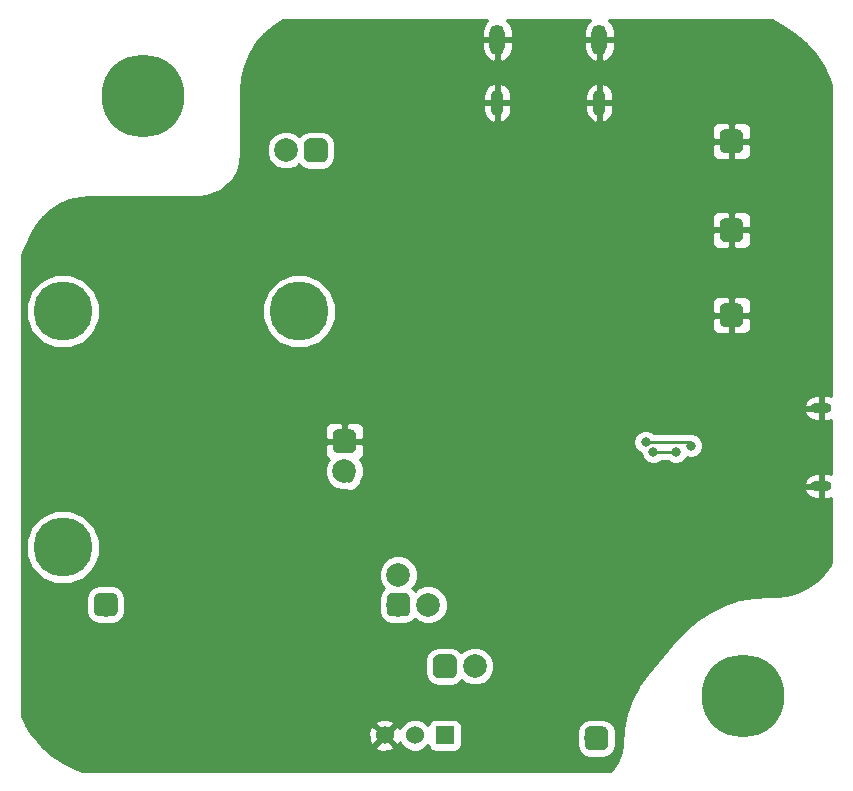
<source format=gbr>
G04 #@! TF.GenerationSoftware,KiCad,Pcbnew,(5.0.0)*
G04 #@! TF.CreationDate,2020-05-11T19:06:42-04:00*
G04 #@! TF.ProjectId,Lighting,4C69676874696E672E6B696361645F70,1*
G04 #@! TF.SameCoordinates,Original*
G04 #@! TF.FileFunction,Copper,L2,Bot,Signal*
G04 #@! TF.FilePolarity,Positive*
%FSLAX46Y46*%
G04 Gerber Fmt 4.6, Leading zero omitted, Abs format (unit mm)*
G04 Created by KiCad (PCBNEW (5.0.0)) date 05/11/20 19:06:42*
%MOMM*%
%LPD*%
G01*
G04 APERTURE LIST*
G04 #@! TA.AperFunction,ComponentPad*
%ADD10O,1.800000X0.900000*%
G04 #@! TD*
G04 #@! TA.AperFunction,ComponentPad*
%ADD11C,2.000000*%
G04 #@! TD*
G04 #@! TA.AperFunction,Conductor*
%ADD12C,0.100000*%
G04 #@! TD*
G04 #@! TA.AperFunction,ComponentPad*
%ADD13C,1.524000*%
G04 #@! TD*
G04 #@! TA.AperFunction,ComponentPad*
%ADD14R,1.524000X1.524000*%
G04 #@! TD*
G04 #@! TA.AperFunction,ComponentPad*
%ADD15O,1.300000X2.600000*%
G04 #@! TD*
G04 #@! TA.AperFunction,ComponentPad*
%ADD16O,1.100000X2.200000*%
G04 #@! TD*
G04 #@! TA.AperFunction,ViaPad*
%ADD17C,7.000000*%
G04 #@! TD*
G04 #@! TA.AperFunction,ViaPad*
%ADD18C,5.000000*%
G04 #@! TD*
G04 #@! TA.AperFunction,ViaPad*
%ADD19C,0.800000*%
G04 #@! TD*
G04 #@! TA.AperFunction,Conductor*
%ADD20C,0.254000*%
G04 #@! TD*
G04 APERTURE END LIST*
D10*
G04 #@! TO.P,J2,6*
G04 #@! TO.N,GND*
X268224000Y-93220000D03*
X268224000Y-99820000D03*
G04 #@! TD*
D11*
G04 #@! TO.P,JP1,2*
G04 #@! TO.N,Net-(JP1-Pad2)*
X227838000Y-98552000D03*
D12*
G04 #@! TD*
G04 #@! TO.N,GND*
G04 #@! TO.C,JP1*
G36*
X228387009Y-95014408D02*
X228435545Y-95021607D01*
X228483142Y-95033530D01*
X228529342Y-95050060D01*
X228573698Y-95071039D01*
X228615785Y-95096265D01*
X228655197Y-95125495D01*
X228691553Y-95158447D01*
X228724505Y-95194803D01*
X228753735Y-95234215D01*
X228778961Y-95276302D01*
X228799940Y-95320658D01*
X228816470Y-95366858D01*
X228828393Y-95414455D01*
X228835592Y-95462991D01*
X228838000Y-95512000D01*
X228838000Y-96512000D01*
X228835592Y-96561009D01*
X228828393Y-96609545D01*
X228816470Y-96657142D01*
X228799940Y-96703342D01*
X228778961Y-96747698D01*
X228753735Y-96789785D01*
X228724505Y-96829197D01*
X228691553Y-96865553D01*
X228655197Y-96898505D01*
X228615785Y-96927735D01*
X228573698Y-96952961D01*
X228529342Y-96973940D01*
X228483142Y-96990470D01*
X228435545Y-97002393D01*
X228387009Y-97009592D01*
X228338000Y-97012000D01*
X227338000Y-97012000D01*
X227288991Y-97009592D01*
X227240455Y-97002393D01*
X227192858Y-96990470D01*
X227146658Y-96973940D01*
X227102302Y-96952961D01*
X227060215Y-96927735D01*
X227020803Y-96898505D01*
X226984447Y-96865553D01*
X226951495Y-96829197D01*
X226922265Y-96789785D01*
X226897039Y-96747698D01*
X226876060Y-96703342D01*
X226859530Y-96657142D01*
X226847607Y-96609545D01*
X226840408Y-96561009D01*
X226838000Y-96512000D01*
X226838000Y-95512000D01*
X226840408Y-95462991D01*
X226847607Y-95414455D01*
X226859530Y-95366858D01*
X226876060Y-95320658D01*
X226897039Y-95276302D01*
X226922265Y-95234215D01*
X226951495Y-95194803D01*
X226984447Y-95158447D01*
X227020803Y-95125495D01*
X227060215Y-95096265D01*
X227102302Y-95071039D01*
X227146658Y-95050060D01*
X227192858Y-95033530D01*
X227240455Y-95021607D01*
X227288991Y-95014408D01*
X227338000Y-95012000D01*
X228338000Y-95012000D01*
X228387009Y-95014408D01*
X228387009Y-95014408D01*
G37*
D11*
G04 #@! TO.P,JP1,1*
G04 #@! TO.N,GND*
X227838000Y-96012000D03*
G04 #@! TD*
G04 #@! TO.P,JP2,2*
G04 #@! TO.N,VCC*
X238887000Y-115062000D03*
D12*
G04 #@! TD*
G04 #@! TO.N,Net-(JP2-Pad1)*
G04 #@! TO.C,JP2*
G36*
X236896009Y-114064408D02*
X236944545Y-114071607D01*
X236992142Y-114083530D01*
X237038342Y-114100060D01*
X237082698Y-114121039D01*
X237124785Y-114146265D01*
X237164197Y-114175495D01*
X237200553Y-114208447D01*
X237233505Y-114244803D01*
X237262735Y-114284215D01*
X237287961Y-114326302D01*
X237308940Y-114370658D01*
X237325470Y-114416858D01*
X237337393Y-114464455D01*
X237344592Y-114512991D01*
X237347000Y-114562000D01*
X237347000Y-115562000D01*
X237344592Y-115611009D01*
X237337393Y-115659545D01*
X237325470Y-115707142D01*
X237308940Y-115753342D01*
X237287961Y-115797698D01*
X237262735Y-115839785D01*
X237233505Y-115879197D01*
X237200553Y-115915553D01*
X237164197Y-115948505D01*
X237124785Y-115977735D01*
X237082698Y-116002961D01*
X237038342Y-116023940D01*
X236992142Y-116040470D01*
X236944545Y-116052393D01*
X236896009Y-116059592D01*
X236847000Y-116062000D01*
X235847000Y-116062000D01*
X235797991Y-116059592D01*
X235749455Y-116052393D01*
X235701858Y-116040470D01*
X235655658Y-116023940D01*
X235611302Y-116002961D01*
X235569215Y-115977735D01*
X235529803Y-115948505D01*
X235493447Y-115915553D01*
X235460495Y-115879197D01*
X235431265Y-115839785D01*
X235406039Y-115797698D01*
X235385060Y-115753342D01*
X235368530Y-115707142D01*
X235356607Y-115659545D01*
X235349408Y-115611009D01*
X235347000Y-115562000D01*
X235347000Y-114562000D01*
X235349408Y-114512991D01*
X235356607Y-114464455D01*
X235368530Y-114416858D01*
X235385060Y-114370658D01*
X235406039Y-114326302D01*
X235431265Y-114284215D01*
X235460495Y-114244803D01*
X235493447Y-114208447D01*
X235529803Y-114175495D01*
X235569215Y-114146265D01*
X235611302Y-114121039D01*
X235655658Y-114100060D01*
X235701858Y-114083530D01*
X235749455Y-114071607D01*
X235797991Y-114064408D01*
X235847000Y-114062000D01*
X236847000Y-114062000D01*
X236896009Y-114064408D01*
X236896009Y-114064408D01*
G37*
D11*
G04 #@! TO.P,JP2,1*
G04 #@! TO.N,Net-(JP2-Pad1)*
X236347000Y-115062000D03*
G04 #@! TD*
G04 #@! TO.P,JP5,2*
G04 #@! TO.N,+5V*
X222885000Y-71374000D03*
D12*
G04 #@! TD*
G04 #@! TO.N,Net-(C6-Pad1)*
G04 #@! TO.C,JP5*
G36*
X225974009Y-70376408D02*
X226022545Y-70383607D01*
X226070142Y-70395530D01*
X226116342Y-70412060D01*
X226160698Y-70433039D01*
X226202785Y-70458265D01*
X226242197Y-70487495D01*
X226278553Y-70520447D01*
X226311505Y-70556803D01*
X226340735Y-70596215D01*
X226365961Y-70638302D01*
X226386940Y-70682658D01*
X226403470Y-70728858D01*
X226415393Y-70776455D01*
X226422592Y-70824991D01*
X226425000Y-70874000D01*
X226425000Y-71874000D01*
X226422592Y-71923009D01*
X226415393Y-71971545D01*
X226403470Y-72019142D01*
X226386940Y-72065342D01*
X226365961Y-72109698D01*
X226340735Y-72151785D01*
X226311505Y-72191197D01*
X226278553Y-72227553D01*
X226242197Y-72260505D01*
X226202785Y-72289735D01*
X226160698Y-72314961D01*
X226116342Y-72335940D01*
X226070142Y-72352470D01*
X226022545Y-72364393D01*
X225974009Y-72371592D01*
X225925000Y-72374000D01*
X224925000Y-72374000D01*
X224875991Y-72371592D01*
X224827455Y-72364393D01*
X224779858Y-72352470D01*
X224733658Y-72335940D01*
X224689302Y-72314961D01*
X224647215Y-72289735D01*
X224607803Y-72260505D01*
X224571447Y-72227553D01*
X224538495Y-72191197D01*
X224509265Y-72151785D01*
X224484039Y-72109698D01*
X224463060Y-72065342D01*
X224446530Y-72019142D01*
X224434607Y-71971545D01*
X224427408Y-71923009D01*
X224425000Y-71874000D01*
X224425000Y-70874000D01*
X224427408Y-70824991D01*
X224434607Y-70776455D01*
X224446530Y-70728858D01*
X224463060Y-70682658D01*
X224484039Y-70638302D01*
X224509265Y-70596215D01*
X224538495Y-70556803D01*
X224571447Y-70520447D01*
X224607803Y-70487495D01*
X224647215Y-70458265D01*
X224689302Y-70433039D01*
X224733658Y-70412060D01*
X224779858Y-70395530D01*
X224827455Y-70383607D01*
X224875991Y-70376408D01*
X224925000Y-70374000D01*
X225925000Y-70374000D01*
X225974009Y-70376408D01*
X225974009Y-70376408D01*
G37*
D11*
G04 #@! TO.P,JP5,1*
G04 #@! TO.N,Net-(C6-Pad1)*
X225425000Y-71374000D03*
G04 #@! TD*
D13*
G04 #@! TO.P,RV1,3*
G04 #@! TO.N,GND*
X231267000Y-120904000D03*
G04 #@! TO.P,RV1,2*
G04 #@! TO.N,Net-(JP3-Pad3)*
X233807000Y-120904000D03*
D14*
G04 #@! TO.P,RV1,1*
G04 #@! TO.N,Net-(JP2-Pad1)*
X236347000Y-120904000D03*
G04 #@! TD*
D12*
G04 #@! TO.N,GND*
G04 #@! TO.C,TP2*
G36*
X261153009Y-84346408D02*
X261201545Y-84353607D01*
X261249142Y-84365530D01*
X261295342Y-84382060D01*
X261339698Y-84403039D01*
X261381785Y-84428265D01*
X261421197Y-84457495D01*
X261457553Y-84490447D01*
X261490505Y-84526803D01*
X261519735Y-84566215D01*
X261544961Y-84608302D01*
X261565940Y-84652658D01*
X261582470Y-84698858D01*
X261594393Y-84746455D01*
X261601592Y-84794991D01*
X261604000Y-84844000D01*
X261604000Y-85844000D01*
X261601592Y-85893009D01*
X261594393Y-85941545D01*
X261582470Y-85989142D01*
X261565940Y-86035342D01*
X261544961Y-86079698D01*
X261519735Y-86121785D01*
X261490505Y-86161197D01*
X261457553Y-86197553D01*
X261421197Y-86230505D01*
X261381785Y-86259735D01*
X261339698Y-86284961D01*
X261295342Y-86305940D01*
X261249142Y-86322470D01*
X261201545Y-86334393D01*
X261153009Y-86341592D01*
X261104000Y-86344000D01*
X260104000Y-86344000D01*
X260054991Y-86341592D01*
X260006455Y-86334393D01*
X259958858Y-86322470D01*
X259912658Y-86305940D01*
X259868302Y-86284961D01*
X259826215Y-86259735D01*
X259786803Y-86230505D01*
X259750447Y-86197553D01*
X259717495Y-86161197D01*
X259688265Y-86121785D01*
X259663039Y-86079698D01*
X259642060Y-86035342D01*
X259625530Y-85989142D01*
X259613607Y-85941545D01*
X259606408Y-85893009D01*
X259604000Y-85844000D01*
X259604000Y-84844000D01*
X259606408Y-84794991D01*
X259613607Y-84746455D01*
X259625530Y-84698858D01*
X259642060Y-84652658D01*
X259663039Y-84608302D01*
X259688265Y-84566215D01*
X259717495Y-84526803D01*
X259750447Y-84490447D01*
X259786803Y-84457495D01*
X259826215Y-84428265D01*
X259868302Y-84403039D01*
X259912658Y-84382060D01*
X259958858Y-84365530D01*
X260006455Y-84353607D01*
X260054991Y-84346408D01*
X260104000Y-84344000D01*
X261104000Y-84344000D01*
X261153009Y-84346408D01*
X261153009Y-84346408D01*
G37*
D11*
G04 #@! TD*
G04 #@! TO.P,TP2,1*
G04 #@! TO.N,GND*
X260604000Y-85344000D03*
D12*
G04 #@! TO.N,VCC*
G04 #@! TO.C,TP3*
G36*
X249723009Y-120160408D02*
X249771545Y-120167607D01*
X249819142Y-120179530D01*
X249865342Y-120196060D01*
X249909698Y-120217039D01*
X249951785Y-120242265D01*
X249991197Y-120271495D01*
X250027553Y-120304447D01*
X250060505Y-120340803D01*
X250089735Y-120380215D01*
X250114961Y-120422302D01*
X250135940Y-120466658D01*
X250152470Y-120512858D01*
X250164393Y-120560455D01*
X250171592Y-120608991D01*
X250174000Y-120658000D01*
X250174000Y-121658000D01*
X250171592Y-121707009D01*
X250164393Y-121755545D01*
X250152470Y-121803142D01*
X250135940Y-121849342D01*
X250114961Y-121893698D01*
X250089735Y-121935785D01*
X250060505Y-121975197D01*
X250027553Y-122011553D01*
X249991197Y-122044505D01*
X249951785Y-122073735D01*
X249909698Y-122098961D01*
X249865342Y-122119940D01*
X249819142Y-122136470D01*
X249771545Y-122148393D01*
X249723009Y-122155592D01*
X249674000Y-122158000D01*
X248674000Y-122158000D01*
X248624991Y-122155592D01*
X248576455Y-122148393D01*
X248528858Y-122136470D01*
X248482658Y-122119940D01*
X248438302Y-122098961D01*
X248396215Y-122073735D01*
X248356803Y-122044505D01*
X248320447Y-122011553D01*
X248287495Y-121975197D01*
X248258265Y-121935785D01*
X248233039Y-121893698D01*
X248212060Y-121849342D01*
X248195530Y-121803142D01*
X248183607Y-121755545D01*
X248176408Y-121707009D01*
X248174000Y-121658000D01*
X248174000Y-120658000D01*
X248176408Y-120608991D01*
X248183607Y-120560455D01*
X248195530Y-120512858D01*
X248212060Y-120466658D01*
X248233039Y-120422302D01*
X248258265Y-120380215D01*
X248287495Y-120340803D01*
X248320447Y-120304447D01*
X248356803Y-120271495D01*
X248396215Y-120242265D01*
X248438302Y-120217039D01*
X248482658Y-120196060D01*
X248528858Y-120179530D01*
X248576455Y-120167607D01*
X248624991Y-120160408D01*
X248674000Y-120158000D01*
X249674000Y-120158000D01*
X249723009Y-120160408D01*
X249723009Y-120160408D01*
G37*
D11*
G04 #@! TD*
G04 #@! TO.P,TP3,1*
G04 #@! TO.N,VCC*
X249174000Y-121158000D03*
D12*
G04 #@! TO.N,Net-(Q1-Pad3)*
G04 #@! TO.C,Vs1*
G36*
X208194009Y-108857408D02*
X208242545Y-108864607D01*
X208290142Y-108876530D01*
X208336342Y-108893060D01*
X208380698Y-108914039D01*
X208422785Y-108939265D01*
X208462197Y-108968495D01*
X208498553Y-109001447D01*
X208531505Y-109037803D01*
X208560735Y-109077215D01*
X208585961Y-109119302D01*
X208606940Y-109163658D01*
X208623470Y-109209858D01*
X208635393Y-109257455D01*
X208642592Y-109305991D01*
X208645000Y-109355000D01*
X208645000Y-110355000D01*
X208642592Y-110404009D01*
X208635393Y-110452545D01*
X208623470Y-110500142D01*
X208606940Y-110546342D01*
X208585961Y-110590698D01*
X208560735Y-110632785D01*
X208531505Y-110672197D01*
X208498553Y-110708553D01*
X208462197Y-110741505D01*
X208422785Y-110770735D01*
X208380698Y-110795961D01*
X208336342Y-110816940D01*
X208290142Y-110833470D01*
X208242545Y-110845393D01*
X208194009Y-110852592D01*
X208145000Y-110855000D01*
X207145000Y-110855000D01*
X207095991Y-110852592D01*
X207047455Y-110845393D01*
X206999858Y-110833470D01*
X206953658Y-110816940D01*
X206909302Y-110795961D01*
X206867215Y-110770735D01*
X206827803Y-110741505D01*
X206791447Y-110708553D01*
X206758495Y-110672197D01*
X206729265Y-110632785D01*
X206704039Y-110590698D01*
X206683060Y-110546342D01*
X206666530Y-110500142D01*
X206654607Y-110452545D01*
X206647408Y-110404009D01*
X206645000Y-110355000D01*
X206645000Y-109355000D01*
X206647408Y-109305991D01*
X206654607Y-109257455D01*
X206666530Y-109209858D01*
X206683060Y-109163658D01*
X206704039Y-109119302D01*
X206729265Y-109077215D01*
X206758495Y-109037803D01*
X206791447Y-109001447D01*
X206827803Y-108968495D01*
X206867215Y-108939265D01*
X206909302Y-108914039D01*
X206953658Y-108893060D01*
X206999858Y-108876530D01*
X207047455Y-108864607D01*
X207095991Y-108857408D01*
X207145000Y-108855000D01*
X208145000Y-108855000D01*
X208194009Y-108857408D01*
X208194009Y-108857408D01*
G37*
D11*
G04 #@! TD*
G04 #@! TO.P,Vs1,1*
G04 #@! TO.N,Net-(Q1-Pad3)*
X207645000Y-109855000D03*
D15*
G04 #@! TO.P,J1,S1*
G04 #@! TO.N,GND*
X240790000Y-62008000D03*
X249430000Y-62008000D03*
D16*
X240790000Y-67368000D03*
X249430000Y-67368000D03*
G04 #@! TD*
D12*
G04 #@! TO.N,GND*
G04 #@! TO.C,TP1*
G36*
X261153009Y-69614408D02*
X261201545Y-69621607D01*
X261249142Y-69633530D01*
X261295342Y-69650060D01*
X261339698Y-69671039D01*
X261381785Y-69696265D01*
X261421197Y-69725495D01*
X261457553Y-69758447D01*
X261490505Y-69794803D01*
X261519735Y-69834215D01*
X261544961Y-69876302D01*
X261565940Y-69920658D01*
X261582470Y-69966858D01*
X261594393Y-70014455D01*
X261601592Y-70062991D01*
X261604000Y-70112000D01*
X261604000Y-71112000D01*
X261601592Y-71161009D01*
X261594393Y-71209545D01*
X261582470Y-71257142D01*
X261565940Y-71303342D01*
X261544961Y-71347698D01*
X261519735Y-71389785D01*
X261490505Y-71429197D01*
X261457553Y-71465553D01*
X261421197Y-71498505D01*
X261381785Y-71527735D01*
X261339698Y-71552961D01*
X261295342Y-71573940D01*
X261249142Y-71590470D01*
X261201545Y-71602393D01*
X261153009Y-71609592D01*
X261104000Y-71612000D01*
X260104000Y-71612000D01*
X260054991Y-71609592D01*
X260006455Y-71602393D01*
X259958858Y-71590470D01*
X259912658Y-71573940D01*
X259868302Y-71552961D01*
X259826215Y-71527735D01*
X259786803Y-71498505D01*
X259750447Y-71465553D01*
X259717495Y-71429197D01*
X259688265Y-71389785D01*
X259663039Y-71347698D01*
X259642060Y-71303342D01*
X259625530Y-71257142D01*
X259613607Y-71209545D01*
X259606408Y-71161009D01*
X259604000Y-71112000D01*
X259604000Y-70112000D01*
X259606408Y-70062991D01*
X259613607Y-70014455D01*
X259625530Y-69966858D01*
X259642060Y-69920658D01*
X259663039Y-69876302D01*
X259688265Y-69834215D01*
X259717495Y-69794803D01*
X259750447Y-69758447D01*
X259786803Y-69725495D01*
X259826215Y-69696265D01*
X259868302Y-69671039D01*
X259912658Y-69650060D01*
X259958858Y-69633530D01*
X260006455Y-69621607D01*
X260054991Y-69614408D01*
X260104000Y-69612000D01*
X261104000Y-69612000D01*
X261153009Y-69614408D01*
X261153009Y-69614408D01*
G37*
D11*
G04 #@! TD*
G04 #@! TO.P,TP1,1*
G04 #@! TO.N,GND*
X260604000Y-70612000D03*
D12*
G04 #@! TO.N,GND*
G04 #@! TO.C,TP4*
G36*
X261153009Y-77132808D02*
X261201545Y-77140007D01*
X261249142Y-77151930D01*
X261295342Y-77168460D01*
X261339698Y-77189439D01*
X261381785Y-77214665D01*
X261421197Y-77243895D01*
X261457553Y-77276847D01*
X261490505Y-77313203D01*
X261519735Y-77352615D01*
X261544961Y-77394702D01*
X261565940Y-77439058D01*
X261582470Y-77485258D01*
X261594393Y-77532855D01*
X261601592Y-77581391D01*
X261604000Y-77630400D01*
X261604000Y-78630400D01*
X261601592Y-78679409D01*
X261594393Y-78727945D01*
X261582470Y-78775542D01*
X261565940Y-78821742D01*
X261544961Y-78866098D01*
X261519735Y-78908185D01*
X261490505Y-78947597D01*
X261457553Y-78983953D01*
X261421197Y-79016905D01*
X261381785Y-79046135D01*
X261339698Y-79071361D01*
X261295342Y-79092340D01*
X261249142Y-79108870D01*
X261201545Y-79120793D01*
X261153009Y-79127992D01*
X261104000Y-79130400D01*
X260104000Y-79130400D01*
X260054991Y-79127992D01*
X260006455Y-79120793D01*
X259958858Y-79108870D01*
X259912658Y-79092340D01*
X259868302Y-79071361D01*
X259826215Y-79046135D01*
X259786803Y-79016905D01*
X259750447Y-78983953D01*
X259717495Y-78947597D01*
X259688265Y-78908185D01*
X259663039Y-78866098D01*
X259642060Y-78821742D01*
X259625530Y-78775542D01*
X259613607Y-78727945D01*
X259606408Y-78679409D01*
X259604000Y-78630400D01*
X259604000Y-77630400D01*
X259606408Y-77581391D01*
X259613607Y-77532855D01*
X259625530Y-77485258D01*
X259642060Y-77439058D01*
X259663039Y-77394702D01*
X259688265Y-77352615D01*
X259717495Y-77313203D01*
X259750447Y-77276847D01*
X259786803Y-77243895D01*
X259826215Y-77214665D01*
X259868302Y-77189439D01*
X259912658Y-77168460D01*
X259958858Y-77151930D01*
X260006455Y-77140007D01*
X260054991Y-77132808D01*
X260104000Y-77130400D01*
X261104000Y-77130400D01*
X261153009Y-77132808D01*
X261153009Y-77132808D01*
G37*
D11*
G04 #@! TD*
G04 #@! TO.P,TP4,1*
G04 #@! TO.N,GND*
X260604000Y-78130400D03*
G04 #@! TO.P,JP3,3*
G04 #@! TO.N,Net-(JP3-Pad3)*
X234950000Y-109855000D03*
G04 #@! TO.P,JP3,2*
G04 #@! TO.N,Net-(JP3-Pad2)*
X232410000Y-107315000D03*
D12*
G04 #@! TD*
G04 #@! TO.N,Net-(D2-Pad1)*
G04 #@! TO.C,JP3*
G36*
X232959009Y-108857408D02*
X233007545Y-108864607D01*
X233055142Y-108876530D01*
X233101342Y-108893060D01*
X233145698Y-108914039D01*
X233187785Y-108939265D01*
X233227197Y-108968495D01*
X233263553Y-109001447D01*
X233296505Y-109037803D01*
X233325735Y-109077215D01*
X233350961Y-109119302D01*
X233371940Y-109163658D01*
X233388470Y-109209858D01*
X233400393Y-109257455D01*
X233407592Y-109305991D01*
X233410000Y-109355000D01*
X233410000Y-110355000D01*
X233407592Y-110404009D01*
X233400393Y-110452545D01*
X233388470Y-110500142D01*
X233371940Y-110546342D01*
X233350961Y-110590698D01*
X233325735Y-110632785D01*
X233296505Y-110672197D01*
X233263553Y-110708553D01*
X233227197Y-110741505D01*
X233187785Y-110770735D01*
X233145698Y-110795961D01*
X233101342Y-110816940D01*
X233055142Y-110833470D01*
X233007545Y-110845393D01*
X232959009Y-110852592D01*
X232910000Y-110855000D01*
X231910000Y-110855000D01*
X231860991Y-110852592D01*
X231812455Y-110845393D01*
X231764858Y-110833470D01*
X231718658Y-110816940D01*
X231674302Y-110795961D01*
X231632215Y-110770735D01*
X231592803Y-110741505D01*
X231556447Y-110708553D01*
X231523495Y-110672197D01*
X231494265Y-110632785D01*
X231469039Y-110590698D01*
X231448060Y-110546342D01*
X231431530Y-110500142D01*
X231419607Y-110452545D01*
X231412408Y-110404009D01*
X231410000Y-110355000D01*
X231410000Y-109355000D01*
X231412408Y-109305991D01*
X231419607Y-109257455D01*
X231431530Y-109209858D01*
X231448060Y-109163658D01*
X231469039Y-109119302D01*
X231494265Y-109077215D01*
X231523495Y-109037803D01*
X231556447Y-109001447D01*
X231592803Y-108968495D01*
X231632215Y-108939265D01*
X231674302Y-108914039D01*
X231718658Y-108893060D01*
X231764858Y-108876530D01*
X231812455Y-108864607D01*
X231860991Y-108857408D01*
X231910000Y-108855000D01*
X232910000Y-108855000D01*
X232959009Y-108857408D01*
X232959009Y-108857408D01*
G37*
D11*
G04 #@! TO.P,JP3,1*
G04 #@! TO.N,Net-(D2-Pad1)*
X232410000Y-109855000D03*
G04 #@! TD*
D17*
G04 #@! TO.N,*
X210820000Y-66802000D03*
X261620000Y-117602000D03*
D18*
X204000000Y-105000000D03*
X224000000Y-85000000D03*
X204000000Y-85000000D03*
D19*
G04 #@! TO.N,GND*
X240563400Y-80913000D03*
X243713000Y-80913000D03*
X242036600Y-115011200D03*
X250393200Y-89001600D03*
X226618800Y-102768400D03*
G04 #@! TO.N,Net-(JP1-Pad2)*
X228244400Y-99161600D03*
G04 #@! TO.N,GND*
X217068400Y-102616000D03*
X217017600Y-106934000D03*
X218668600Y-93497400D03*
X218617800Y-94615000D03*
X218567000Y-95732600D03*
X209575400Y-93649800D03*
X209575400Y-94716600D03*
X209575400Y-95885000D03*
X236178800Y-93116400D03*
X230479600Y-91135200D03*
X239547400Y-83235800D03*
X244983000Y-81457800D03*
X234162600Y-69494400D03*
X235839000Y-95504000D03*
X210185000Y-85852000D03*
X210185000Y-88265000D03*
X210185000Y-90805000D03*
X244856000Y-73279000D03*
X228600000Y-111668000D03*
X235839000Y-107569000D03*
X234950000Y-105537000D03*
X239649000Y-104902000D03*
X262636000Y-95123000D03*
X251333000Y-103251000D03*
X264922000Y-108458000D03*
X251714000Y-107264200D03*
X240487200Y-112725200D03*
X230936800Y-99872800D03*
X258318000Y-91490800D03*
X258521200Y-94234000D03*
X258470400Y-98552000D03*
X252476000Y-68681600D03*
X251866400Y-115519200D03*
X244551200Y-116636800D03*
X249885200Y-116535200D03*
G04 #@! TO.N,/D-*
X254000000Y-96901000D03*
X255905000Y-96901000D03*
G04 #@! TO.N,/D+*
X253344069Y-96081086D03*
X257175000Y-96393000D03*
G04 #@! TD*
D20*
G04 #@! TO.N,/D-*
X254000000Y-96901000D02*
X255905000Y-96901000D01*
G04 #@! TO.N,/D+*
X253344069Y-96081086D02*
X256990086Y-96081086D01*
X256990086Y-96081086D02*
X257175000Y-96266000D01*
X257175000Y-96266000D02*
X257175000Y-96393000D01*
G04 #@! TD*
G04 #@! TO.N,GND*
G36*
X239651416Y-60748919D02*
X239505000Y-61231000D01*
X239505000Y-61881000D01*
X240663000Y-61881000D01*
X240663000Y-61861000D01*
X240917000Y-61861000D01*
X240917000Y-61881000D01*
X242075000Y-61881000D01*
X242075000Y-61231000D01*
X241928584Y-60748919D01*
X241623969Y-60378000D01*
X248596031Y-60378000D01*
X248291416Y-60748919D01*
X248145000Y-61231000D01*
X248145000Y-61881000D01*
X249303000Y-61881000D01*
X249303000Y-61861000D01*
X249557000Y-61861000D01*
X249557000Y-61881000D01*
X250715000Y-61881000D01*
X250715000Y-61231000D01*
X250568584Y-60748919D01*
X250263969Y-60378000D01*
X264009806Y-60378000D01*
X264914709Y-60824248D01*
X265938373Y-61508238D01*
X266864005Y-62319995D01*
X267675762Y-63245627D01*
X268359752Y-64269291D01*
X268904279Y-65373484D01*
X269060001Y-65832225D01*
X269060000Y-92218786D01*
X268801000Y-92135000D01*
X268351000Y-92135000D01*
X268351000Y-93093000D01*
X268371000Y-93093000D01*
X268371000Y-93347000D01*
X268351000Y-93347000D01*
X268351000Y-94305000D01*
X268801000Y-94305000D01*
X269060000Y-94221214D01*
X269060000Y-98818786D01*
X268801000Y-98735000D01*
X268351000Y-98735000D01*
X268351000Y-99693000D01*
X268371000Y-99693000D01*
X268371000Y-99947000D01*
X268351000Y-99947000D01*
X268351000Y-100905000D01*
X268801000Y-100905000D01*
X269060000Y-100821214D01*
X269060000Y-106195406D01*
X268922975Y-106489258D01*
X268402425Y-107232679D01*
X267760679Y-107874425D01*
X267017258Y-108394975D01*
X266194736Y-108778522D01*
X265318101Y-109013416D01*
X264408452Y-109093000D01*
X263838689Y-109093000D01*
X263830747Y-109093249D01*
X262562528Y-109172712D01*
X262546768Y-109174694D01*
X261298387Y-109411841D01*
X261282999Y-109415776D01*
X260073984Y-109806897D01*
X260059206Y-109812721D01*
X258908468Y-110351698D01*
X258894533Y-110359322D01*
X257820073Y-111037724D01*
X257807199Y-111047027D01*
X256825824Y-111854242D01*
X256814212Y-111865079D01*
X255941272Y-112788480D01*
X255935997Y-112794423D01*
X253476325Y-115746030D01*
X253470916Y-115752998D01*
X252729780Y-116779663D01*
X252720477Y-116794642D01*
X252128679Y-117914060D01*
X252121541Y-117930182D01*
X251690486Y-119120776D01*
X251685648Y-119137732D01*
X251423647Y-120376553D01*
X251421205Y-120394015D01*
X251333497Y-121654446D01*
X251252410Y-122369128D01*
X251017135Y-123036513D01*
X250638323Y-123634227D01*
X250361557Y-123908000D01*
X205665664Y-123908000D01*
X205046423Y-123693408D01*
X204044456Y-123193639D01*
X203115150Y-122569037D01*
X202335685Y-121884213D01*
X230466392Y-121884213D01*
X230535857Y-122126397D01*
X231059302Y-122313144D01*
X231614368Y-122285362D01*
X231998143Y-122126397D01*
X232067608Y-121884213D01*
X231267000Y-121083605D01*
X230466392Y-121884213D01*
X202335685Y-121884213D01*
X202274036Y-121830050D01*
X201537032Y-120989659D01*
X201341017Y-120696302D01*
X229857856Y-120696302D01*
X229885638Y-121251368D01*
X230044603Y-121635143D01*
X230286787Y-121704608D01*
X231087395Y-120904000D01*
X231446605Y-120904000D01*
X232247213Y-121704608D01*
X232489397Y-121635143D01*
X232539535Y-121494607D01*
X232622680Y-121695337D01*
X233015663Y-122088320D01*
X233529119Y-122301000D01*
X234084881Y-122301000D01*
X234598337Y-122088320D01*
X234951347Y-121735310D01*
X234986843Y-121913765D01*
X235127191Y-122123809D01*
X235337235Y-122264157D01*
X235585000Y-122313440D01*
X237109000Y-122313440D01*
X237356765Y-122264157D01*
X237566809Y-122123809D01*
X237707157Y-121913765D01*
X237756440Y-121666000D01*
X237756440Y-120658000D01*
X247526560Y-120658000D01*
X247526560Y-121658000D01*
X247613904Y-122097106D01*
X247862637Y-122469363D01*
X248234894Y-122718096D01*
X248674000Y-122805440D01*
X249674000Y-122805440D01*
X250113106Y-122718096D01*
X250485363Y-122469363D01*
X250734096Y-122097106D01*
X250821440Y-121658000D01*
X250821440Y-120658000D01*
X250734096Y-120218894D01*
X250485363Y-119846637D01*
X250113106Y-119597904D01*
X249674000Y-119510560D01*
X248674000Y-119510560D01*
X248234894Y-119597904D01*
X247862637Y-119846637D01*
X247613904Y-120218894D01*
X247526560Y-120658000D01*
X237756440Y-120658000D01*
X237756440Y-120142000D01*
X237707157Y-119894235D01*
X237566809Y-119684191D01*
X237356765Y-119543843D01*
X237109000Y-119494560D01*
X235585000Y-119494560D01*
X235337235Y-119543843D01*
X235127191Y-119684191D01*
X234986843Y-119894235D01*
X234951347Y-120072690D01*
X234598337Y-119719680D01*
X234084881Y-119507000D01*
X233529119Y-119507000D01*
X233015663Y-119719680D01*
X232622680Y-120112663D01*
X232543572Y-120303647D01*
X232489397Y-120172857D01*
X232247213Y-120103392D01*
X231446605Y-120904000D01*
X231087395Y-120904000D01*
X230286787Y-120103392D01*
X230044603Y-120172857D01*
X229857856Y-120696302D01*
X201341017Y-120696302D01*
X200916063Y-120060314D01*
X200848736Y-119923787D01*
X230466392Y-119923787D01*
X231267000Y-120724395D01*
X232067608Y-119923787D01*
X231998143Y-119681603D01*
X231474698Y-119494856D01*
X230919632Y-119522638D01*
X230535857Y-119681603D01*
X230466392Y-119923787D01*
X200848736Y-119923787D01*
X200530000Y-119277454D01*
X200530000Y-114562000D01*
X234699560Y-114562000D01*
X234699560Y-115562000D01*
X234786904Y-116001106D01*
X235035637Y-116373363D01*
X235407894Y-116622096D01*
X235847000Y-116709440D01*
X236847000Y-116709440D01*
X237286106Y-116622096D01*
X237658363Y-116373363D01*
X237749591Y-116236830D01*
X237960847Y-116448086D01*
X238561778Y-116697000D01*
X239212222Y-116697000D01*
X239813153Y-116448086D01*
X240273086Y-115988153D01*
X240522000Y-115387222D01*
X240522000Y-114736778D01*
X240273086Y-114135847D01*
X239813153Y-113675914D01*
X239212222Y-113427000D01*
X238561778Y-113427000D01*
X237960847Y-113675914D01*
X237749591Y-113887170D01*
X237658363Y-113750637D01*
X237286106Y-113501904D01*
X236847000Y-113414560D01*
X235847000Y-113414560D01*
X235407894Y-113501904D01*
X235035637Y-113750637D01*
X234786904Y-114122894D01*
X234699560Y-114562000D01*
X200530000Y-114562000D01*
X200530000Y-109355000D01*
X205997560Y-109355000D01*
X205997560Y-110355000D01*
X206084904Y-110794106D01*
X206333637Y-111166363D01*
X206705894Y-111415096D01*
X207145000Y-111502440D01*
X208145000Y-111502440D01*
X208584106Y-111415096D01*
X208956363Y-111166363D01*
X209205096Y-110794106D01*
X209292440Y-110355000D01*
X209292440Y-109355000D01*
X230762560Y-109355000D01*
X230762560Y-110355000D01*
X230849904Y-110794106D01*
X231098637Y-111166363D01*
X231470894Y-111415096D01*
X231910000Y-111502440D01*
X232910000Y-111502440D01*
X233349106Y-111415096D01*
X233721363Y-111166363D01*
X233812591Y-111029830D01*
X234023847Y-111241086D01*
X234624778Y-111490000D01*
X235275222Y-111490000D01*
X235876153Y-111241086D01*
X236336086Y-110781153D01*
X236585000Y-110180222D01*
X236585000Y-109529778D01*
X236336086Y-108928847D01*
X235876153Y-108468914D01*
X235275222Y-108220000D01*
X234624778Y-108220000D01*
X234023847Y-108468914D01*
X233812591Y-108680170D01*
X233721363Y-108543637D01*
X233584830Y-108452409D01*
X233796086Y-108241153D01*
X234045000Y-107640222D01*
X234045000Y-106989778D01*
X233796086Y-106388847D01*
X233336153Y-105928914D01*
X232735222Y-105680000D01*
X232084778Y-105680000D01*
X231483847Y-105928914D01*
X231023914Y-106388847D01*
X230775000Y-106989778D01*
X230775000Y-107640222D01*
X231023914Y-108241153D01*
X231235170Y-108452409D01*
X231098637Y-108543637D01*
X230849904Y-108915894D01*
X230762560Y-109355000D01*
X209292440Y-109355000D01*
X209205096Y-108915894D01*
X208956363Y-108543637D01*
X208584106Y-108294904D01*
X208145000Y-108207560D01*
X207145000Y-108207560D01*
X206705894Y-108294904D01*
X206333637Y-108543637D01*
X206084904Y-108915894D01*
X205997560Y-109355000D01*
X200530000Y-109355000D01*
X200530000Y-104376410D01*
X200865000Y-104376410D01*
X200865000Y-105623590D01*
X201342276Y-106775835D01*
X202224165Y-107657724D01*
X203376410Y-108135000D01*
X204623590Y-108135000D01*
X205775835Y-107657724D01*
X206657724Y-106775835D01*
X207135000Y-105623590D01*
X207135000Y-104376410D01*
X206657724Y-103224165D01*
X205775835Y-102342276D01*
X204623590Y-101865000D01*
X203376410Y-101865000D01*
X202224165Y-102342276D01*
X201342276Y-103224165D01*
X200865000Y-104376410D01*
X200530000Y-104376410D01*
X200530000Y-96297750D01*
X226203000Y-96297750D01*
X226203000Y-97138309D01*
X226299673Y-97371698D01*
X226478301Y-97550327D01*
X226513043Y-97564718D01*
X226451914Y-97625847D01*
X226203000Y-98226778D01*
X226203000Y-98877222D01*
X226451914Y-99478153D01*
X226911847Y-99938086D01*
X227512778Y-100187000D01*
X228015350Y-100187000D01*
X228038526Y-100196600D01*
X228450274Y-100196600D01*
X228649686Y-100114001D01*
X266729592Y-100114001D01*
X266916987Y-100497408D01*
X267241456Y-100773808D01*
X267647000Y-100905000D01*
X268097000Y-100905000D01*
X268097000Y-99947000D01*
X266856498Y-99947000D01*
X266729592Y-100114001D01*
X228649686Y-100114001D01*
X228830680Y-100039031D01*
X229121831Y-99747880D01*
X229213736Y-99525999D01*
X266729592Y-99525999D01*
X266856498Y-99693000D01*
X268097000Y-99693000D01*
X268097000Y-98735000D01*
X267647000Y-98735000D01*
X267241456Y-98866192D01*
X266916987Y-99142592D01*
X266729592Y-99525999D01*
X229213736Y-99525999D01*
X229279400Y-99367474D01*
X229279400Y-99344613D01*
X229473000Y-98877222D01*
X229473000Y-98226778D01*
X229224086Y-97625847D01*
X229162957Y-97564718D01*
X229197699Y-97550327D01*
X229376327Y-97371698D01*
X229473000Y-97138309D01*
X229473000Y-96297750D01*
X229314250Y-96139000D01*
X227965000Y-96139000D01*
X227965000Y-96159000D01*
X227711000Y-96159000D01*
X227711000Y-96139000D01*
X226361750Y-96139000D01*
X226203000Y-96297750D01*
X200530000Y-96297750D01*
X200530000Y-94885691D01*
X226203000Y-94885691D01*
X226203000Y-95726250D01*
X226361750Y-95885000D01*
X227711000Y-95885000D01*
X227711000Y-94535750D01*
X227965000Y-94535750D01*
X227965000Y-95885000D01*
X229314250Y-95885000D01*
X229324038Y-95875212D01*
X252309069Y-95875212D01*
X252309069Y-96286960D01*
X252466638Y-96667366D01*
X252757789Y-96958517D01*
X252965000Y-97044346D01*
X252965000Y-97106874D01*
X253122569Y-97487280D01*
X253413720Y-97778431D01*
X253794126Y-97936000D01*
X254205874Y-97936000D01*
X254586280Y-97778431D01*
X254701711Y-97663000D01*
X255203289Y-97663000D01*
X255318720Y-97778431D01*
X255699126Y-97936000D01*
X256110874Y-97936000D01*
X256491280Y-97778431D01*
X256782431Y-97487280D01*
X256830730Y-97370675D01*
X256969126Y-97428000D01*
X257380874Y-97428000D01*
X257761280Y-97270431D01*
X258052431Y-96979280D01*
X258210000Y-96598874D01*
X258210000Y-96187126D01*
X258052431Y-95806720D01*
X257761280Y-95515569D01*
X257380874Y-95358000D01*
X257260768Y-95358000D01*
X257065134Y-95319086D01*
X257065129Y-95319086D01*
X256990086Y-95304159D01*
X256915043Y-95319086D01*
X254045780Y-95319086D01*
X253930349Y-95203655D01*
X253549943Y-95046086D01*
X253138195Y-95046086D01*
X252757789Y-95203655D01*
X252466638Y-95494806D01*
X252309069Y-95875212D01*
X229324038Y-95875212D01*
X229473000Y-95726250D01*
X229473000Y-94885691D01*
X229376327Y-94652302D01*
X229197699Y-94473673D01*
X228964310Y-94377000D01*
X228123750Y-94377000D01*
X227965000Y-94535750D01*
X227711000Y-94535750D01*
X227552250Y-94377000D01*
X226711690Y-94377000D01*
X226478301Y-94473673D01*
X226299673Y-94652302D01*
X226203000Y-94885691D01*
X200530000Y-94885691D01*
X200530000Y-93514001D01*
X266729592Y-93514001D01*
X266916987Y-93897408D01*
X267241456Y-94173808D01*
X267647000Y-94305000D01*
X268097000Y-94305000D01*
X268097000Y-93347000D01*
X266856498Y-93347000D01*
X266729592Y-93514001D01*
X200530000Y-93514001D01*
X200530000Y-92925999D01*
X266729592Y-92925999D01*
X266856498Y-93093000D01*
X268097000Y-93093000D01*
X268097000Y-92135000D01*
X267647000Y-92135000D01*
X267241456Y-92266192D01*
X266916987Y-92542592D01*
X266729592Y-92925999D01*
X200530000Y-92925999D01*
X200530000Y-84376410D01*
X200865000Y-84376410D01*
X200865000Y-85623590D01*
X201342276Y-86775835D01*
X202224165Y-87657724D01*
X203376410Y-88135000D01*
X204623590Y-88135000D01*
X205775835Y-87657724D01*
X206657724Y-86775835D01*
X207135000Y-85623590D01*
X207135000Y-84376410D01*
X220865000Y-84376410D01*
X220865000Y-85623590D01*
X221342276Y-86775835D01*
X222224165Y-87657724D01*
X223376410Y-88135000D01*
X224623590Y-88135000D01*
X225775835Y-87657724D01*
X226657724Y-86775835D01*
X227132448Y-85629750D01*
X258969000Y-85629750D01*
X258969000Y-86470310D01*
X259065673Y-86703699D01*
X259244302Y-86882327D01*
X259477691Y-86979000D01*
X260318250Y-86979000D01*
X260477000Y-86820250D01*
X260477000Y-85471000D01*
X260731000Y-85471000D01*
X260731000Y-86820250D01*
X260889750Y-86979000D01*
X261730309Y-86979000D01*
X261963698Y-86882327D01*
X262142327Y-86703699D01*
X262239000Y-86470310D01*
X262239000Y-85629750D01*
X262080250Y-85471000D01*
X260731000Y-85471000D01*
X260477000Y-85471000D01*
X259127750Y-85471000D01*
X258969000Y-85629750D01*
X227132448Y-85629750D01*
X227135000Y-85623590D01*
X227135000Y-84376410D01*
X227069256Y-84217690D01*
X258969000Y-84217690D01*
X258969000Y-85058250D01*
X259127750Y-85217000D01*
X260477000Y-85217000D01*
X260477000Y-83867750D01*
X260731000Y-83867750D01*
X260731000Y-85217000D01*
X262080250Y-85217000D01*
X262239000Y-85058250D01*
X262239000Y-84217690D01*
X262142327Y-83984301D01*
X261963698Y-83805673D01*
X261730309Y-83709000D01*
X260889750Y-83709000D01*
X260731000Y-83867750D01*
X260477000Y-83867750D01*
X260318250Y-83709000D01*
X259477691Y-83709000D01*
X259244302Y-83805673D01*
X259065673Y-83984301D01*
X258969000Y-84217690D01*
X227069256Y-84217690D01*
X226657724Y-83224165D01*
X225775835Y-82342276D01*
X224623590Y-81865000D01*
X223376410Y-81865000D01*
X222224165Y-82342276D01*
X221342276Y-83224165D01*
X220865000Y-84376410D01*
X207135000Y-84376410D01*
X206657724Y-83224165D01*
X205775835Y-82342276D01*
X204623590Y-81865000D01*
X203376410Y-81865000D01*
X202224165Y-82342276D01*
X201342276Y-83224165D01*
X200865000Y-84376410D01*
X200530000Y-84376410D01*
X200530000Y-80252468D01*
X200696364Y-79810939D01*
X201281145Y-78543913D01*
X201353235Y-78416150D01*
X258969000Y-78416150D01*
X258969000Y-79256710D01*
X259065673Y-79490099D01*
X259244302Y-79668727D01*
X259477691Y-79765400D01*
X260318250Y-79765400D01*
X260477000Y-79606650D01*
X260477000Y-78257400D01*
X260731000Y-78257400D01*
X260731000Y-79606650D01*
X260889750Y-79765400D01*
X261730309Y-79765400D01*
X261963698Y-79668727D01*
X262142327Y-79490099D01*
X262239000Y-79256710D01*
X262239000Y-78416150D01*
X262080250Y-78257400D01*
X260731000Y-78257400D01*
X260477000Y-78257400D01*
X259127750Y-78257400D01*
X258969000Y-78416150D01*
X201353235Y-78416150D01*
X201727266Y-77753275D01*
X202292270Y-77049343D01*
X202342651Y-77004090D01*
X258969000Y-77004090D01*
X258969000Y-77844650D01*
X259127750Y-78003400D01*
X260477000Y-78003400D01*
X260477000Y-76654150D01*
X260731000Y-76654150D01*
X260731000Y-78003400D01*
X262080250Y-78003400D01*
X262239000Y-77844650D01*
X262239000Y-77004090D01*
X262142327Y-76770701D01*
X261963698Y-76592073D01*
X261730309Y-76495400D01*
X260889750Y-76495400D01*
X260731000Y-76654150D01*
X260477000Y-76654150D01*
X260318250Y-76495400D01*
X259477691Y-76495400D01*
X259244302Y-76592073D01*
X259065673Y-76770701D01*
X258969000Y-77004090D01*
X202342651Y-77004090D01*
X202963792Y-76446179D01*
X203724115Y-75959700D01*
X204553162Y-75602749D01*
X205429078Y-75384736D01*
X206333888Y-75311000D01*
X215479159Y-75311000D01*
X215491607Y-75310388D01*
X216168344Y-75243735D01*
X216192762Y-75238878D01*
X216843493Y-75041481D01*
X216866494Y-75031954D01*
X217466211Y-74711399D01*
X217486912Y-74697567D01*
X218012568Y-74266172D01*
X218030172Y-74248568D01*
X218461567Y-73722912D01*
X218475399Y-73702211D01*
X218795954Y-73102494D01*
X218805481Y-73079493D01*
X219002878Y-72428762D01*
X219007735Y-72404344D01*
X219074388Y-71727607D01*
X219075000Y-71715159D01*
X219075000Y-71048778D01*
X221250000Y-71048778D01*
X221250000Y-71699222D01*
X221498914Y-72300153D01*
X221958847Y-72760086D01*
X222559778Y-73009000D01*
X223210222Y-73009000D01*
X223811153Y-72760086D01*
X224022409Y-72548830D01*
X224113637Y-72685363D01*
X224485894Y-72934096D01*
X224925000Y-73021440D01*
X225925000Y-73021440D01*
X226364106Y-72934096D01*
X226736363Y-72685363D01*
X226985096Y-72313106D01*
X227072440Y-71874000D01*
X227072440Y-70897750D01*
X258969000Y-70897750D01*
X258969000Y-71738310D01*
X259065673Y-71971699D01*
X259244302Y-72150327D01*
X259477691Y-72247000D01*
X260318250Y-72247000D01*
X260477000Y-72088250D01*
X260477000Y-70739000D01*
X260731000Y-70739000D01*
X260731000Y-72088250D01*
X260889750Y-72247000D01*
X261730309Y-72247000D01*
X261963698Y-72150327D01*
X262142327Y-71971699D01*
X262239000Y-71738310D01*
X262239000Y-70897750D01*
X262080250Y-70739000D01*
X260731000Y-70739000D01*
X260477000Y-70739000D01*
X259127750Y-70739000D01*
X258969000Y-70897750D01*
X227072440Y-70897750D01*
X227072440Y-70874000D01*
X226985096Y-70434894D01*
X226736363Y-70062637D01*
X226364106Y-69813904D01*
X225925000Y-69726560D01*
X224925000Y-69726560D01*
X224485894Y-69813904D01*
X224113637Y-70062637D01*
X224022409Y-70199170D01*
X223811153Y-69987914D01*
X223210222Y-69739000D01*
X222559778Y-69739000D01*
X221958847Y-69987914D01*
X221498914Y-70447847D01*
X221250000Y-71048778D01*
X219075000Y-71048778D01*
X219075000Y-69485690D01*
X258969000Y-69485690D01*
X258969000Y-70326250D01*
X259127750Y-70485000D01*
X260477000Y-70485000D01*
X260477000Y-69135750D01*
X260731000Y-69135750D01*
X260731000Y-70485000D01*
X262080250Y-70485000D01*
X262239000Y-70326250D01*
X262239000Y-69485690D01*
X262142327Y-69252301D01*
X261963698Y-69073673D01*
X261730309Y-68977000D01*
X260889750Y-68977000D01*
X260731000Y-69135750D01*
X260477000Y-69135750D01*
X260318250Y-68977000D01*
X259477691Y-68977000D01*
X259244302Y-69073673D01*
X259065673Y-69252301D01*
X258969000Y-69485690D01*
X219075000Y-69485690D01*
X219075000Y-67495000D01*
X239605000Y-67495000D01*
X239605000Y-68045000D01*
X239743804Y-68488813D01*
X240041882Y-68845724D01*
X240453854Y-69061398D01*
X240480256Y-69061803D01*
X240663000Y-68936361D01*
X240663000Y-67495000D01*
X240917000Y-67495000D01*
X240917000Y-68936361D01*
X241099744Y-69061803D01*
X241126146Y-69061398D01*
X241538118Y-68845724D01*
X241836196Y-68488813D01*
X241975000Y-68045000D01*
X241975000Y-67495000D01*
X248245000Y-67495000D01*
X248245000Y-68045000D01*
X248383804Y-68488813D01*
X248681882Y-68845724D01*
X249093854Y-69061398D01*
X249120256Y-69061803D01*
X249303000Y-68936361D01*
X249303000Y-67495000D01*
X249557000Y-67495000D01*
X249557000Y-68936361D01*
X249739744Y-69061803D01*
X249766146Y-69061398D01*
X250178118Y-68845724D01*
X250476196Y-68488813D01*
X250615000Y-68045000D01*
X250615000Y-67495000D01*
X249557000Y-67495000D01*
X249303000Y-67495000D01*
X248245000Y-67495000D01*
X241975000Y-67495000D01*
X240917000Y-67495000D01*
X240663000Y-67495000D01*
X239605000Y-67495000D01*
X219075000Y-67495000D01*
X219075000Y-66691000D01*
X239605000Y-66691000D01*
X239605000Y-67241000D01*
X240663000Y-67241000D01*
X240663000Y-65799639D01*
X240917000Y-65799639D01*
X240917000Y-67241000D01*
X241975000Y-67241000D01*
X241975000Y-66691000D01*
X248245000Y-66691000D01*
X248245000Y-67241000D01*
X249303000Y-67241000D01*
X249303000Y-65799639D01*
X249557000Y-65799639D01*
X249557000Y-67241000D01*
X250615000Y-67241000D01*
X250615000Y-66691000D01*
X250476196Y-66247187D01*
X250178118Y-65890276D01*
X249766146Y-65674602D01*
X249739744Y-65674197D01*
X249557000Y-65799639D01*
X249303000Y-65799639D01*
X249120256Y-65674197D01*
X249093854Y-65674602D01*
X248681882Y-65890276D01*
X248383804Y-66247187D01*
X248245000Y-66691000D01*
X241975000Y-66691000D01*
X241836196Y-66247187D01*
X241538118Y-65890276D01*
X241126146Y-65674602D01*
X241099744Y-65674197D01*
X240917000Y-65799639D01*
X240663000Y-65799639D01*
X240480256Y-65674197D01*
X240453854Y-65674602D01*
X240041882Y-65890276D01*
X239743804Y-66247187D01*
X239605000Y-66691000D01*
X219075000Y-66691000D01*
X219075000Y-66298996D01*
X219158258Y-65241098D01*
X219404811Y-64214129D01*
X219808987Y-63238364D01*
X220360821Y-62337853D01*
X220534074Y-62135000D01*
X239505000Y-62135000D01*
X239505000Y-62785000D01*
X239651416Y-63267081D01*
X239971171Y-63656435D01*
X240415585Y-63893786D01*
X240464529Y-63901099D01*
X240663000Y-63777067D01*
X240663000Y-62135000D01*
X240917000Y-62135000D01*
X240917000Y-63777067D01*
X241115471Y-63901099D01*
X241164415Y-63893786D01*
X241608829Y-63656435D01*
X241928584Y-63267081D01*
X242075000Y-62785000D01*
X242075000Y-62135000D01*
X248145000Y-62135000D01*
X248145000Y-62785000D01*
X248291416Y-63267081D01*
X248611171Y-63656435D01*
X249055585Y-63893786D01*
X249104529Y-63901099D01*
X249303000Y-63777067D01*
X249303000Y-62135000D01*
X249557000Y-62135000D01*
X249557000Y-63777067D01*
X249755471Y-63901099D01*
X249804415Y-63893786D01*
X250248829Y-63656435D01*
X250568584Y-63267081D01*
X250715000Y-62785000D01*
X250715000Y-62135000D01*
X249557000Y-62135000D01*
X249303000Y-62135000D01*
X248145000Y-62135000D01*
X242075000Y-62135000D01*
X240917000Y-62135000D01*
X240663000Y-62135000D01*
X239505000Y-62135000D01*
X220534074Y-62135000D01*
X221046743Y-61534743D01*
X221849853Y-60848821D01*
X222618163Y-60378000D01*
X239956031Y-60378000D01*
X239651416Y-60748919D01*
X239651416Y-60748919D01*
G37*
X239651416Y-60748919D02*
X239505000Y-61231000D01*
X239505000Y-61881000D01*
X240663000Y-61881000D01*
X240663000Y-61861000D01*
X240917000Y-61861000D01*
X240917000Y-61881000D01*
X242075000Y-61881000D01*
X242075000Y-61231000D01*
X241928584Y-60748919D01*
X241623969Y-60378000D01*
X248596031Y-60378000D01*
X248291416Y-60748919D01*
X248145000Y-61231000D01*
X248145000Y-61881000D01*
X249303000Y-61881000D01*
X249303000Y-61861000D01*
X249557000Y-61861000D01*
X249557000Y-61881000D01*
X250715000Y-61881000D01*
X250715000Y-61231000D01*
X250568584Y-60748919D01*
X250263969Y-60378000D01*
X264009806Y-60378000D01*
X264914709Y-60824248D01*
X265938373Y-61508238D01*
X266864005Y-62319995D01*
X267675762Y-63245627D01*
X268359752Y-64269291D01*
X268904279Y-65373484D01*
X269060001Y-65832225D01*
X269060000Y-92218786D01*
X268801000Y-92135000D01*
X268351000Y-92135000D01*
X268351000Y-93093000D01*
X268371000Y-93093000D01*
X268371000Y-93347000D01*
X268351000Y-93347000D01*
X268351000Y-94305000D01*
X268801000Y-94305000D01*
X269060000Y-94221214D01*
X269060000Y-98818786D01*
X268801000Y-98735000D01*
X268351000Y-98735000D01*
X268351000Y-99693000D01*
X268371000Y-99693000D01*
X268371000Y-99947000D01*
X268351000Y-99947000D01*
X268351000Y-100905000D01*
X268801000Y-100905000D01*
X269060000Y-100821214D01*
X269060000Y-106195406D01*
X268922975Y-106489258D01*
X268402425Y-107232679D01*
X267760679Y-107874425D01*
X267017258Y-108394975D01*
X266194736Y-108778522D01*
X265318101Y-109013416D01*
X264408452Y-109093000D01*
X263838689Y-109093000D01*
X263830747Y-109093249D01*
X262562528Y-109172712D01*
X262546768Y-109174694D01*
X261298387Y-109411841D01*
X261282999Y-109415776D01*
X260073984Y-109806897D01*
X260059206Y-109812721D01*
X258908468Y-110351698D01*
X258894533Y-110359322D01*
X257820073Y-111037724D01*
X257807199Y-111047027D01*
X256825824Y-111854242D01*
X256814212Y-111865079D01*
X255941272Y-112788480D01*
X255935997Y-112794423D01*
X253476325Y-115746030D01*
X253470916Y-115752998D01*
X252729780Y-116779663D01*
X252720477Y-116794642D01*
X252128679Y-117914060D01*
X252121541Y-117930182D01*
X251690486Y-119120776D01*
X251685648Y-119137732D01*
X251423647Y-120376553D01*
X251421205Y-120394015D01*
X251333497Y-121654446D01*
X251252410Y-122369128D01*
X251017135Y-123036513D01*
X250638323Y-123634227D01*
X250361557Y-123908000D01*
X205665664Y-123908000D01*
X205046423Y-123693408D01*
X204044456Y-123193639D01*
X203115150Y-122569037D01*
X202335685Y-121884213D01*
X230466392Y-121884213D01*
X230535857Y-122126397D01*
X231059302Y-122313144D01*
X231614368Y-122285362D01*
X231998143Y-122126397D01*
X232067608Y-121884213D01*
X231267000Y-121083605D01*
X230466392Y-121884213D01*
X202335685Y-121884213D01*
X202274036Y-121830050D01*
X201537032Y-120989659D01*
X201341017Y-120696302D01*
X229857856Y-120696302D01*
X229885638Y-121251368D01*
X230044603Y-121635143D01*
X230286787Y-121704608D01*
X231087395Y-120904000D01*
X231446605Y-120904000D01*
X232247213Y-121704608D01*
X232489397Y-121635143D01*
X232539535Y-121494607D01*
X232622680Y-121695337D01*
X233015663Y-122088320D01*
X233529119Y-122301000D01*
X234084881Y-122301000D01*
X234598337Y-122088320D01*
X234951347Y-121735310D01*
X234986843Y-121913765D01*
X235127191Y-122123809D01*
X235337235Y-122264157D01*
X235585000Y-122313440D01*
X237109000Y-122313440D01*
X237356765Y-122264157D01*
X237566809Y-122123809D01*
X237707157Y-121913765D01*
X237756440Y-121666000D01*
X237756440Y-120658000D01*
X247526560Y-120658000D01*
X247526560Y-121658000D01*
X247613904Y-122097106D01*
X247862637Y-122469363D01*
X248234894Y-122718096D01*
X248674000Y-122805440D01*
X249674000Y-122805440D01*
X250113106Y-122718096D01*
X250485363Y-122469363D01*
X250734096Y-122097106D01*
X250821440Y-121658000D01*
X250821440Y-120658000D01*
X250734096Y-120218894D01*
X250485363Y-119846637D01*
X250113106Y-119597904D01*
X249674000Y-119510560D01*
X248674000Y-119510560D01*
X248234894Y-119597904D01*
X247862637Y-119846637D01*
X247613904Y-120218894D01*
X247526560Y-120658000D01*
X237756440Y-120658000D01*
X237756440Y-120142000D01*
X237707157Y-119894235D01*
X237566809Y-119684191D01*
X237356765Y-119543843D01*
X237109000Y-119494560D01*
X235585000Y-119494560D01*
X235337235Y-119543843D01*
X235127191Y-119684191D01*
X234986843Y-119894235D01*
X234951347Y-120072690D01*
X234598337Y-119719680D01*
X234084881Y-119507000D01*
X233529119Y-119507000D01*
X233015663Y-119719680D01*
X232622680Y-120112663D01*
X232543572Y-120303647D01*
X232489397Y-120172857D01*
X232247213Y-120103392D01*
X231446605Y-120904000D01*
X231087395Y-120904000D01*
X230286787Y-120103392D01*
X230044603Y-120172857D01*
X229857856Y-120696302D01*
X201341017Y-120696302D01*
X200916063Y-120060314D01*
X200848736Y-119923787D01*
X230466392Y-119923787D01*
X231267000Y-120724395D01*
X232067608Y-119923787D01*
X231998143Y-119681603D01*
X231474698Y-119494856D01*
X230919632Y-119522638D01*
X230535857Y-119681603D01*
X230466392Y-119923787D01*
X200848736Y-119923787D01*
X200530000Y-119277454D01*
X200530000Y-114562000D01*
X234699560Y-114562000D01*
X234699560Y-115562000D01*
X234786904Y-116001106D01*
X235035637Y-116373363D01*
X235407894Y-116622096D01*
X235847000Y-116709440D01*
X236847000Y-116709440D01*
X237286106Y-116622096D01*
X237658363Y-116373363D01*
X237749591Y-116236830D01*
X237960847Y-116448086D01*
X238561778Y-116697000D01*
X239212222Y-116697000D01*
X239813153Y-116448086D01*
X240273086Y-115988153D01*
X240522000Y-115387222D01*
X240522000Y-114736778D01*
X240273086Y-114135847D01*
X239813153Y-113675914D01*
X239212222Y-113427000D01*
X238561778Y-113427000D01*
X237960847Y-113675914D01*
X237749591Y-113887170D01*
X237658363Y-113750637D01*
X237286106Y-113501904D01*
X236847000Y-113414560D01*
X235847000Y-113414560D01*
X235407894Y-113501904D01*
X235035637Y-113750637D01*
X234786904Y-114122894D01*
X234699560Y-114562000D01*
X200530000Y-114562000D01*
X200530000Y-109355000D01*
X205997560Y-109355000D01*
X205997560Y-110355000D01*
X206084904Y-110794106D01*
X206333637Y-111166363D01*
X206705894Y-111415096D01*
X207145000Y-111502440D01*
X208145000Y-111502440D01*
X208584106Y-111415096D01*
X208956363Y-111166363D01*
X209205096Y-110794106D01*
X209292440Y-110355000D01*
X209292440Y-109355000D01*
X230762560Y-109355000D01*
X230762560Y-110355000D01*
X230849904Y-110794106D01*
X231098637Y-111166363D01*
X231470894Y-111415096D01*
X231910000Y-111502440D01*
X232910000Y-111502440D01*
X233349106Y-111415096D01*
X233721363Y-111166363D01*
X233812591Y-111029830D01*
X234023847Y-111241086D01*
X234624778Y-111490000D01*
X235275222Y-111490000D01*
X235876153Y-111241086D01*
X236336086Y-110781153D01*
X236585000Y-110180222D01*
X236585000Y-109529778D01*
X236336086Y-108928847D01*
X235876153Y-108468914D01*
X235275222Y-108220000D01*
X234624778Y-108220000D01*
X234023847Y-108468914D01*
X233812591Y-108680170D01*
X233721363Y-108543637D01*
X233584830Y-108452409D01*
X233796086Y-108241153D01*
X234045000Y-107640222D01*
X234045000Y-106989778D01*
X233796086Y-106388847D01*
X233336153Y-105928914D01*
X232735222Y-105680000D01*
X232084778Y-105680000D01*
X231483847Y-105928914D01*
X231023914Y-106388847D01*
X230775000Y-106989778D01*
X230775000Y-107640222D01*
X231023914Y-108241153D01*
X231235170Y-108452409D01*
X231098637Y-108543637D01*
X230849904Y-108915894D01*
X230762560Y-109355000D01*
X209292440Y-109355000D01*
X209205096Y-108915894D01*
X208956363Y-108543637D01*
X208584106Y-108294904D01*
X208145000Y-108207560D01*
X207145000Y-108207560D01*
X206705894Y-108294904D01*
X206333637Y-108543637D01*
X206084904Y-108915894D01*
X205997560Y-109355000D01*
X200530000Y-109355000D01*
X200530000Y-104376410D01*
X200865000Y-104376410D01*
X200865000Y-105623590D01*
X201342276Y-106775835D01*
X202224165Y-107657724D01*
X203376410Y-108135000D01*
X204623590Y-108135000D01*
X205775835Y-107657724D01*
X206657724Y-106775835D01*
X207135000Y-105623590D01*
X207135000Y-104376410D01*
X206657724Y-103224165D01*
X205775835Y-102342276D01*
X204623590Y-101865000D01*
X203376410Y-101865000D01*
X202224165Y-102342276D01*
X201342276Y-103224165D01*
X200865000Y-104376410D01*
X200530000Y-104376410D01*
X200530000Y-96297750D01*
X226203000Y-96297750D01*
X226203000Y-97138309D01*
X226299673Y-97371698D01*
X226478301Y-97550327D01*
X226513043Y-97564718D01*
X226451914Y-97625847D01*
X226203000Y-98226778D01*
X226203000Y-98877222D01*
X226451914Y-99478153D01*
X226911847Y-99938086D01*
X227512778Y-100187000D01*
X228015350Y-100187000D01*
X228038526Y-100196600D01*
X228450274Y-100196600D01*
X228649686Y-100114001D01*
X266729592Y-100114001D01*
X266916987Y-100497408D01*
X267241456Y-100773808D01*
X267647000Y-100905000D01*
X268097000Y-100905000D01*
X268097000Y-99947000D01*
X266856498Y-99947000D01*
X266729592Y-100114001D01*
X228649686Y-100114001D01*
X228830680Y-100039031D01*
X229121831Y-99747880D01*
X229213736Y-99525999D01*
X266729592Y-99525999D01*
X266856498Y-99693000D01*
X268097000Y-99693000D01*
X268097000Y-98735000D01*
X267647000Y-98735000D01*
X267241456Y-98866192D01*
X266916987Y-99142592D01*
X266729592Y-99525999D01*
X229213736Y-99525999D01*
X229279400Y-99367474D01*
X229279400Y-99344613D01*
X229473000Y-98877222D01*
X229473000Y-98226778D01*
X229224086Y-97625847D01*
X229162957Y-97564718D01*
X229197699Y-97550327D01*
X229376327Y-97371698D01*
X229473000Y-97138309D01*
X229473000Y-96297750D01*
X229314250Y-96139000D01*
X227965000Y-96139000D01*
X227965000Y-96159000D01*
X227711000Y-96159000D01*
X227711000Y-96139000D01*
X226361750Y-96139000D01*
X226203000Y-96297750D01*
X200530000Y-96297750D01*
X200530000Y-94885691D01*
X226203000Y-94885691D01*
X226203000Y-95726250D01*
X226361750Y-95885000D01*
X227711000Y-95885000D01*
X227711000Y-94535750D01*
X227965000Y-94535750D01*
X227965000Y-95885000D01*
X229314250Y-95885000D01*
X229324038Y-95875212D01*
X252309069Y-95875212D01*
X252309069Y-96286960D01*
X252466638Y-96667366D01*
X252757789Y-96958517D01*
X252965000Y-97044346D01*
X252965000Y-97106874D01*
X253122569Y-97487280D01*
X253413720Y-97778431D01*
X253794126Y-97936000D01*
X254205874Y-97936000D01*
X254586280Y-97778431D01*
X254701711Y-97663000D01*
X255203289Y-97663000D01*
X255318720Y-97778431D01*
X255699126Y-97936000D01*
X256110874Y-97936000D01*
X256491280Y-97778431D01*
X256782431Y-97487280D01*
X256830730Y-97370675D01*
X256969126Y-97428000D01*
X257380874Y-97428000D01*
X257761280Y-97270431D01*
X258052431Y-96979280D01*
X258210000Y-96598874D01*
X258210000Y-96187126D01*
X258052431Y-95806720D01*
X257761280Y-95515569D01*
X257380874Y-95358000D01*
X257260768Y-95358000D01*
X257065134Y-95319086D01*
X257065129Y-95319086D01*
X256990086Y-95304159D01*
X256915043Y-95319086D01*
X254045780Y-95319086D01*
X253930349Y-95203655D01*
X253549943Y-95046086D01*
X253138195Y-95046086D01*
X252757789Y-95203655D01*
X252466638Y-95494806D01*
X252309069Y-95875212D01*
X229324038Y-95875212D01*
X229473000Y-95726250D01*
X229473000Y-94885691D01*
X229376327Y-94652302D01*
X229197699Y-94473673D01*
X228964310Y-94377000D01*
X228123750Y-94377000D01*
X227965000Y-94535750D01*
X227711000Y-94535750D01*
X227552250Y-94377000D01*
X226711690Y-94377000D01*
X226478301Y-94473673D01*
X226299673Y-94652302D01*
X226203000Y-94885691D01*
X200530000Y-94885691D01*
X200530000Y-93514001D01*
X266729592Y-93514001D01*
X266916987Y-93897408D01*
X267241456Y-94173808D01*
X267647000Y-94305000D01*
X268097000Y-94305000D01*
X268097000Y-93347000D01*
X266856498Y-93347000D01*
X266729592Y-93514001D01*
X200530000Y-93514001D01*
X200530000Y-92925999D01*
X266729592Y-92925999D01*
X266856498Y-93093000D01*
X268097000Y-93093000D01*
X268097000Y-92135000D01*
X267647000Y-92135000D01*
X267241456Y-92266192D01*
X266916987Y-92542592D01*
X266729592Y-92925999D01*
X200530000Y-92925999D01*
X200530000Y-84376410D01*
X200865000Y-84376410D01*
X200865000Y-85623590D01*
X201342276Y-86775835D01*
X202224165Y-87657724D01*
X203376410Y-88135000D01*
X204623590Y-88135000D01*
X205775835Y-87657724D01*
X206657724Y-86775835D01*
X207135000Y-85623590D01*
X207135000Y-84376410D01*
X220865000Y-84376410D01*
X220865000Y-85623590D01*
X221342276Y-86775835D01*
X222224165Y-87657724D01*
X223376410Y-88135000D01*
X224623590Y-88135000D01*
X225775835Y-87657724D01*
X226657724Y-86775835D01*
X227132448Y-85629750D01*
X258969000Y-85629750D01*
X258969000Y-86470310D01*
X259065673Y-86703699D01*
X259244302Y-86882327D01*
X259477691Y-86979000D01*
X260318250Y-86979000D01*
X260477000Y-86820250D01*
X260477000Y-85471000D01*
X260731000Y-85471000D01*
X260731000Y-86820250D01*
X260889750Y-86979000D01*
X261730309Y-86979000D01*
X261963698Y-86882327D01*
X262142327Y-86703699D01*
X262239000Y-86470310D01*
X262239000Y-85629750D01*
X262080250Y-85471000D01*
X260731000Y-85471000D01*
X260477000Y-85471000D01*
X259127750Y-85471000D01*
X258969000Y-85629750D01*
X227132448Y-85629750D01*
X227135000Y-85623590D01*
X227135000Y-84376410D01*
X227069256Y-84217690D01*
X258969000Y-84217690D01*
X258969000Y-85058250D01*
X259127750Y-85217000D01*
X260477000Y-85217000D01*
X260477000Y-83867750D01*
X260731000Y-83867750D01*
X260731000Y-85217000D01*
X262080250Y-85217000D01*
X262239000Y-85058250D01*
X262239000Y-84217690D01*
X262142327Y-83984301D01*
X261963698Y-83805673D01*
X261730309Y-83709000D01*
X260889750Y-83709000D01*
X260731000Y-83867750D01*
X260477000Y-83867750D01*
X260318250Y-83709000D01*
X259477691Y-83709000D01*
X259244302Y-83805673D01*
X259065673Y-83984301D01*
X258969000Y-84217690D01*
X227069256Y-84217690D01*
X226657724Y-83224165D01*
X225775835Y-82342276D01*
X224623590Y-81865000D01*
X223376410Y-81865000D01*
X222224165Y-82342276D01*
X221342276Y-83224165D01*
X220865000Y-84376410D01*
X207135000Y-84376410D01*
X206657724Y-83224165D01*
X205775835Y-82342276D01*
X204623590Y-81865000D01*
X203376410Y-81865000D01*
X202224165Y-82342276D01*
X201342276Y-83224165D01*
X200865000Y-84376410D01*
X200530000Y-84376410D01*
X200530000Y-80252468D01*
X200696364Y-79810939D01*
X201281145Y-78543913D01*
X201353235Y-78416150D01*
X258969000Y-78416150D01*
X258969000Y-79256710D01*
X259065673Y-79490099D01*
X259244302Y-79668727D01*
X259477691Y-79765400D01*
X260318250Y-79765400D01*
X260477000Y-79606650D01*
X260477000Y-78257400D01*
X260731000Y-78257400D01*
X260731000Y-79606650D01*
X260889750Y-79765400D01*
X261730309Y-79765400D01*
X261963698Y-79668727D01*
X262142327Y-79490099D01*
X262239000Y-79256710D01*
X262239000Y-78416150D01*
X262080250Y-78257400D01*
X260731000Y-78257400D01*
X260477000Y-78257400D01*
X259127750Y-78257400D01*
X258969000Y-78416150D01*
X201353235Y-78416150D01*
X201727266Y-77753275D01*
X202292270Y-77049343D01*
X202342651Y-77004090D01*
X258969000Y-77004090D01*
X258969000Y-77844650D01*
X259127750Y-78003400D01*
X260477000Y-78003400D01*
X260477000Y-76654150D01*
X260731000Y-76654150D01*
X260731000Y-78003400D01*
X262080250Y-78003400D01*
X262239000Y-77844650D01*
X262239000Y-77004090D01*
X262142327Y-76770701D01*
X261963698Y-76592073D01*
X261730309Y-76495400D01*
X260889750Y-76495400D01*
X260731000Y-76654150D01*
X260477000Y-76654150D01*
X260318250Y-76495400D01*
X259477691Y-76495400D01*
X259244302Y-76592073D01*
X259065673Y-76770701D01*
X258969000Y-77004090D01*
X202342651Y-77004090D01*
X202963792Y-76446179D01*
X203724115Y-75959700D01*
X204553162Y-75602749D01*
X205429078Y-75384736D01*
X206333888Y-75311000D01*
X215479159Y-75311000D01*
X215491607Y-75310388D01*
X216168344Y-75243735D01*
X216192762Y-75238878D01*
X216843493Y-75041481D01*
X216866494Y-75031954D01*
X217466211Y-74711399D01*
X217486912Y-74697567D01*
X218012568Y-74266172D01*
X218030172Y-74248568D01*
X218461567Y-73722912D01*
X218475399Y-73702211D01*
X218795954Y-73102494D01*
X218805481Y-73079493D01*
X219002878Y-72428762D01*
X219007735Y-72404344D01*
X219074388Y-71727607D01*
X219075000Y-71715159D01*
X219075000Y-71048778D01*
X221250000Y-71048778D01*
X221250000Y-71699222D01*
X221498914Y-72300153D01*
X221958847Y-72760086D01*
X222559778Y-73009000D01*
X223210222Y-73009000D01*
X223811153Y-72760086D01*
X224022409Y-72548830D01*
X224113637Y-72685363D01*
X224485894Y-72934096D01*
X224925000Y-73021440D01*
X225925000Y-73021440D01*
X226364106Y-72934096D01*
X226736363Y-72685363D01*
X226985096Y-72313106D01*
X227072440Y-71874000D01*
X227072440Y-70897750D01*
X258969000Y-70897750D01*
X258969000Y-71738310D01*
X259065673Y-71971699D01*
X259244302Y-72150327D01*
X259477691Y-72247000D01*
X260318250Y-72247000D01*
X260477000Y-72088250D01*
X260477000Y-70739000D01*
X260731000Y-70739000D01*
X260731000Y-72088250D01*
X260889750Y-72247000D01*
X261730309Y-72247000D01*
X261963698Y-72150327D01*
X262142327Y-71971699D01*
X262239000Y-71738310D01*
X262239000Y-70897750D01*
X262080250Y-70739000D01*
X260731000Y-70739000D01*
X260477000Y-70739000D01*
X259127750Y-70739000D01*
X258969000Y-70897750D01*
X227072440Y-70897750D01*
X227072440Y-70874000D01*
X226985096Y-70434894D01*
X226736363Y-70062637D01*
X226364106Y-69813904D01*
X225925000Y-69726560D01*
X224925000Y-69726560D01*
X224485894Y-69813904D01*
X224113637Y-70062637D01*
X224022409Y-70199170D01*
X223811153Y-69987914D01*
X223210222Y-69739000D01*
X222559778Y-69739000D01*
X221958847Y-69987914D01*
X221498914Y-70447847D01*
X221250000Y-71048778D01*
X219075000Y-71048778D01*
X219075000Y-69485690D01*
X258969000Y-69485690D01*
X258969000Y-70326250D01*
X259127750Y-70485000D01*
X260477000Y-70485000D01*
X260477000Y-69135750D01*
X260731000Y-69135750D01*
X260731000Y-70485000D01*
X262080250Y-70485000D01*
X262239000Y-70326250D01*
X262239000Y-69485690D01*
X262142327Y-69252301D01*
X261963698Y-69073673D01*
X261730309Y-68977000D01*
X260889750Y-68977000D01*
X260731000Y-69135750D01*
X260477000Y-69135750D01*
X260318250Y-68977000D01*
X259477691Y-68977000D01*
X259244302Y-69073673D01*
X259065673Y-69252301D01*
X258969000Y-69485690D01*
X219075000Y-69485690D01*
X219075000Y-67495000D01*
X239605000Y-67495000D01*
X239605000Y-68045000D01*
X239743804Y-68488813D01*
X240041882Y-68845724D01*
X240453854Y-69061398D01*
X240480256Y-69061803D01*
X240663000Y-68936361D01*
X240663000Y-67495000D01*
X240917000Y-67495000D01*
X240917000Y-68936361D01*
X241099744Y-69061803D01*
X241126146Y-69061398D01*
X241538118Y-68845724D01*
X241836196Y-68488813D01*
X241975000Y-68045000D01*
X241975000Y-67495000D01*
X248245000Y-67495000D01*
X248245000Y-68045000D01*
X248383804Y-68488813D01*
X248681882Y-68845724D01*
X249093854Y-69061398D01*
X249120256Y-69061803D01*
X249303000Y-68936361D01*
X249303000Y-67495000D01*
X249557000Y-67495000D01*
X249557000Y-68936361D01*
X249739744Y-69061803D01*
X249766146Y-69061398D01*
X250178118Y-68845724D01*
X250476196Y-68488813D01*
X250615000Y-68045000D01*
X250615000Y-67495000D01*
X249557000Y-67495000D01*
X249303000Y-67495000D01*
X248245000Y-67495000D01*
X241975000Y-67495000D01*
X240917000Y-67495000D01*
X240663000Y-67495000D01*
X239605000Y-67495000D01*
X219075000Y-67495000D01*
X219075000Y-66691000D01*
X239605000Y-66691000D01*
X239605000Y-67241000D01*
X240663000Y-67241000D01*
X240663000Y-65799639D01*
X240917000Y-65799639D01*
X240917000Y-67241000D01*
X241975000Y-67241000D01*
X241975000Y-66691000D01*
X248245000Y-66691000D01*
X248245000Y-67241000D01*
X249303000Y-67241000D01*
X249303000Y-65799639D01*
X249557000Y-65799639D01*
X249557000Y-67241000D01*
X250615000Y-67241000D01*
X250615000Y-66691000D01*
X250476196Y-66247187D01*
X250178118Y-65890276D01*
X249766146Y-65674602D01*
X249739744Y-65674197D01*
X249557000Y-65799639D01*
X249303000Y-65799639D01*
X249120256Y-65674197D01*
X249093854Y-65674602D01*
X248681882Y-65890276D01*
X248383804Y-66247187D01*
X248245000Y-66691000D01*
X241975000Y-66691000D01*
X241836196Y-66247187D01*
X241538118Y-65890276D01*
X241126146Y-65674602D01*
X241099744Y-65674197D01*
X240917000Y-65799639D01*
X240663000Y-65799639D01*
X240480256Y-65674197D01*
X240453854Y-65674602D01*
X240041882Y-65890276D01*
X239743804Y-66247187D01*
X239605000Y-66691000D01*
X219075000Y-66691000D01*
X219075000Y-66298996D01*
X219158258Y-65241098D01*
X219404811Y-64214129D01*
X219808987Y-63238364D01*
X220360821Y-62337853D01*
X220534074Y-62135000D01*
X239505000Y-62135000D01*
X239505000Y-62785000D01*
X239651416Y-63267081D01*
X239971171Y-63656435D01*
X240415585Y-63893786D01*
X240464529Y-63901099D01*
X240663000Y-63777067D01*
X240663000Y-62135000D01*
X240917000Y-62135000D01*
X240917000Y-63777067D01*
X241115471Y-63901099D01*
X241164415Y-63893786D01*
X241608829Y-63656435D01*
X241928584Y-63267081D01*
X242075000Y-62785000D01*
X242075000Y-62135000D01*
X248145000Y-62135000D01*
X248145000Y-62785000D01*
X248291416Y-63267081D01*
X248611171Y-63656435D01*
X249055585Y-63893786D01*
X249104529Y-63901099D01*
X249303000Y-63777067D01*
X249303000Y-62135000D01*
X249557000Y-62135000D01*
X249557000Y-63777067D01*
X249755471Y-63901099D01*
X249804415Y-63893786D01*
X250248829Y-63656435D01*
X250568584Y-63267081D01*
X250715000Y-62785000D01*
X250715000Y-62135000D01*
X249557000Y-62135000D01*
X249303000Y-62135000D01*
X248145000Y-62135000D01*
X242075000Y-62135000D01*
X240917000Y-62135000D01*
X240663000Y-62135000D01*
X239505000Y-62135000D01*
X220534074Y-62135000D01*
X221046743Y-61534743D01*
X221849853Y-60848821D01*
X222618163Y-60378000D01*
X239956031Y-60378000D01*
X239651416Y-60748919D01*
G04 #@! TD*
M02*

</source>
